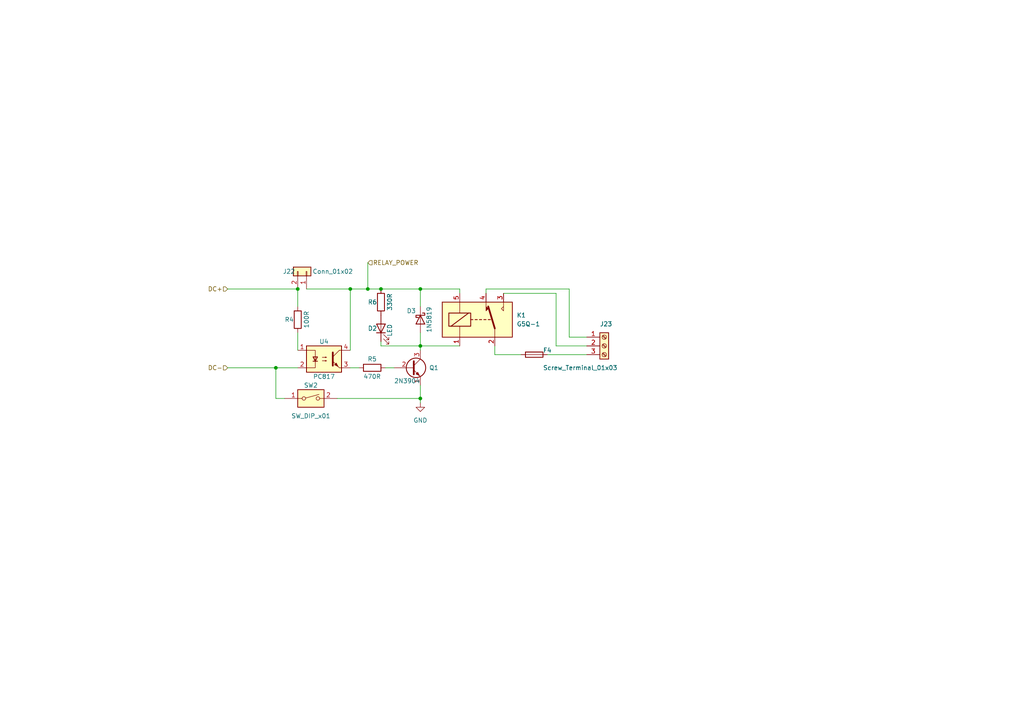
<source format=kicad_sch>
(kicad_sch (version 20211123) (generator eeschema)
  (paper "A4")
  (lib_symbols
    (symbol "Connector:Screw_Terminal_01x03" (pin_names (offset 1.016) hide)
      (property "Reference" "J" (at 0 5.08 0))
      (property "Value" "Screw_Terminal_01x03" (at 0 -5.08 0))
      (symbol "Screw_Terminal_01x03_1_1"
        (rectangle (start -1.27 3.81) (end 1.27 -3.81) (stroke (width 0.254)) (fill (type background)))
        (circle (center 0 -2.54) (radius 0.635) (stroke (width 0.1524)))
        (polyline (pts (xy -0.5334 -2.2098) (xy 0.3302 -3.048)) (stroke (width 0.1524)))
        (polyline (pts (xy -0.5334 0.3302) (xy 0.3302 -0.508)) (stroke (width 0.1524)))
        (polyline (pts (xy -0.5334 2.8702) (xy 0.3302 2.032)) (stroke (width 0.1524)))
        (polyline (pts (xy -0.3556 -2.032) (xy 0.508 -2.8702)) (stroke (width 0.1524)))
        (polyline (pts (xy -0.3556 0.508) (xy 0.508 -0.3302)) (stroke (width 0.1524)))
        (polyline (pts (xy -0.3556 3.048) (xy 0.508 2.2098)) (stroke (width 0.1524)))
        (circle (center 0 0) (radius 0.635) (stroke (width 0.1524)))
        (circle (center 0 2.54) (radius 0.635) (stroke (width 0.1524)))
        (pin passive line (at -5.08 2.54 0) (length 3.81) (name "Pin_1") (number "1"))
        (pin passive line (at -5.08 0 0) (length 3.81) (name "Pin_2") (number "2"))
        (pin passive line (at -5.08 -2.54 0) (length 3.81) (name "Pin_3") (number "3"))
      )
    )
    (symbol "Connector_Generic:Conn_01x02" (pin_names (offset 1.016) hide)
      (property "Reference" "J" (at 0 2.54 0))
      (property "Value" "Conn_01x02" (at 0 -5.08 0))
      (symbol "Conn_01x02_1_1"
        (rectangle (start -1.27 -2.413) (end 0 -2.667) (stroke (width 0.1524)))
        (rectangle (start -1.27 0.127) (end 0 -0.127) (stroke (width 0.1524)))
        (rectangle (start -1.27 1.27) (end 1.27 -3.81) (stroke (width 0.254)) (fill (type background)))
        (pin passive line (at -5.08 0 0) (length 3.81) (name "Pin_1") (number "1"))
        (pin passive line (at -5.08 -2.54 0) (length 3.81) (name "Pin_2") (number "2"))
      )
    )
    (symbol "Device:Fuse" (pin_numbers hide) (pin_names (offset 0))
      (property "Reference" "F" (at 2.032 0 90))
      (property "Value" "Fuse" (at -1.905 0 90))
      (symbol "Fuse_0_1"
        (rectangle (start -0.762 -2.54) (end 0.762 2.54) (stroke (width 0.254)))
        (polyline (pts (xy 0 2.54) (xy 0 -2.54)))
      )
      (symbol "Fuse_1_1"
        (pin passive line (at 0 3.81 270) (length 1.27) (name "~") (number "1"))
        (pin passive line (at 0 -3.81 90) (length 1.27) (name "~") (number "2"))
      )
    )
    (symbol "Device:LED" (pin_numbers hide) (pin_names (offset 1.016) hide)
      (property "Reference" "D" (at 0 2.54 0))
      (property "Value" "LED" (at 0 -2.54 0))
      (symbol "LED_0_1"
        (polyline (pts (xy -1.27 -1.27) (xy -1.27 1.27)) (stroke (width 0.254)))
        (polyline (pts (xy -1.27 0) (xy 1.27 0)))
        (polyline (pts (xy 1.27 -1.27) (xy 1.27 1.27) (xy -1.27 0) (xy 1.27 -1.27)) (stroke (width 0.254)))
        (polyline (pts (xy -3.048 -0.762) (xy -4.572 -2.286) (xy -3.81 -2.286) (xy -4.572 -2.286) (xy -4.572 -1.524)))
        (polyline (pts (xy -1.778 -0.762) (xy -3.302 -2.286) (xy -2.54 -2.286) (xy -3.302 -2.286) (xy -3.302 -1.524)))
      )
      (symbol "LED_1_1"
        (pin passive line (at -3.81 0 0) (length 2.54) (name "K") (number "1"))
        (pin passive line (at 3.81 0 180) (length 2.54) (name "A") (number "2"))
      )
    )
    (symbol "Device:R" (pin_numbers hide) (pin_names (offset 0))
      (property "Reference" "R" (at 2.032 0 90))
      (property "Value" "R" (at 0 0 90))
      (symbol "R_0_1"
        (rectangle (start -1.016 -2.54) (end 1.016 2.54) (stroke (width 0.254)))
      )
      (symbol "R_1_1"
        (pin passive line (at 0 3.81 270) (length 1.27) (name "~") (number "1"))
        (pin passive line (at 0 -3.81 90) (length 1.27) (name "~") (number "2"))
      )
    )
    (symbol "Diode:1N5819" (pin_numbers hide) (pin_names (offset 1.016) hide)
      (property "Reference" "D" (at 0 2.54 0))
      (property "Value" "1N5819" (at 0 -2.54 0))
      (symbol "1N5819_0_1"
        (polyline (pts (xy 1.27 0) (xy -1.27 0)))
        (polyline (pts (xy 1.27 1.27) (xy 1.27 -1.27) (xy -1.27 0) (xy 1.27 1.27)) (stroke (width 0.254)))
        (polyline (pts (xy -1.905 0.635) (xy -1.905 1.27) (xy -1.27 1.27) (xy -1.27 -1.27) (xy -0.635 -1.27) (xy -0.635 -0.635)) (stroke (width 0.254)))
      )
      (symbol "1N5819_1_1"
        (pin passive line (at -3.81 0 0) (length 2.54) (name "K") (number "1"))
        (pin passive line (at 3.81 0 180) (length 2.54) (name "A") (number "2"))
      )
    )
    (symbol "Isolator:PC817" (pin_names (offset 1.016))
      (property "Reference" "U" (at -5.08 5.08 0))
      (property "Value" "PC817" (at 0 5.08 0))
      (symbol "PC817_0_1"
        (rectangle (start -5.08 3.81) (end 5.08 -3.81) (stroke (width 0.254)) (fill (type background)))
        (polyline (pts (xy -3.175 -0.635) (xy -1.905 -0.635)) (stroke (width 0.254)))
        (polyline (pts (xy 2.54 0.635) (xy 4.445 2.54)))
        (polyline (pts (xy 4.445 -2.54) (xy 2.54 -0.635)) (fill (type outline)))
        (polyline (pts (xy 4.445 -2.54) (xy 5.08 -2.54)))
        (polyline (pts (xy 4.445 2.54) (xy 5.08 2.54)))
        (polyline (pts (xy -5.08 2.54) (xy -2.54 2.54) (xy -2.54 -0.635)))
        (polyline (pts (xy -2.54 -0.635) (xy -2.54 -2.54) (xy -5.08 -2.54)))
        (polyline (pts (xy 2.54 1.905) (xy 2.54 -1.905) (xy 2.54 -1.905)) (stroke (width 0.508)))
        (polyline (pts (xy -2.54 -0.635) (xy -3.175 0.635) (xy -1.905 0.635) (xy -2.54 -0.635)) (stroke (width 0.254)))
        (polyline (pts (xy -0.508 -0.508) (xy 0.762 -0.508) (xy 0.381 -0.635) (xy 0.381 -0.381) (xy 0.762 -0.508)))
        (polyline (pts (xy -0.508 0.508) (xy 0.762 0.508) (xy 0.381 0.381) (xy 0.381 0.635) (xy 0.762 0.508)))
        (polyline (pts (xy 3.048 -1.651) (xy 3.556 -1.143) (xy 4.064 -2.159) (xy 3.048 -1.651) (xy 3.048 -1.651)) (fill (type outline)))
      )
      (symbol "PC817_1_1"
        (pin passive line (at -7.62 2.54 0) (length 2.54) (name "~") (number "1"))
        (pin passive line (at -7.62 -2.54 0) (length 2.54) (name "~") (number "2"))
        (pin passive line (at 7.62 -2.54 180) (length 2.54) (name "~") (number "3"))
        (pin passive line (at 7.62 2.54 180) (length 2.54) (name "~") (number "4"))
      )
    )
    (symbol "Relay:G5Q-1"
      (property "Reference" "K" (at 11.43 3.81 0))
      (property "Value" "G5Q-1" (at 11.43 1.27 0))
      (symbol "G5Q-1_0_0"
        (polyline (pts (xy 7.62 5.08) (xy 7.62 2.54) (xy 6.985 3.175) (xy 7.62 3.81)))
      )
      (symbol "G5Q-1_0_1"
        (rectangle (start -10.16 5.08) (end 10.16 -5.08) (stroke (width 0.254)) (fill (type background)))
        (rectangle (start -8.255 1.905) (end -1.905 -1.905) (stroke (width 0.254)))
        (polyline (pts (xy -7.62 -1.905) (xy -2.54 1.905)) (stroke (width 0.254)))
        (polyline (pts (xy -5.08 -5.08) (xy -5.08 -1.905)))
        (polyline (pts (xy -5.08 5.08) (xy -5.08 1.905)))
        (polyline (pts (xy -1.905 0) (xy -1.27 0)) (stroke (width 0.254)))
        (polyline (pts (xy -0.635 0) (xy 0 0)) (stroke (width 0.254)))
        (polyline (pts (xy 0.635 0) (xy 1.27 0)) (stroke (width 0.254)))
        (polyline (pts (xy 1.905 0) (xy 2.54 0)) (stroke (width 0.254)))
        (polyline (pts (xy 3.175 0) (xy 3.81 0)) (stroke (width 0.254)))
        (polyline (pts (xy 5.08 -2.54) (xy 3.175 3.81)) (stroke (width 0.508)))
        (polyline (pts (xy 5.08 -2.54) (xy 5.08 -5.08)))
        (polyline (pts (xy 2.54 5.08) (xy 2.54 2.54) (xy 3.175 3.175) (xy 2.54 3.81)) (fill (type outline)))
      )
      (symbol "G5Q-1_1_1"
        (pin passive line (at -5.08 -7.62 90) (length 2.54) (name "~") (number "1"))
        (pin passive line (at 5.08 -7.62 90) (length 2.54) (name "~") (number "2"))
        (pin passive line (at 7.62 7.62 270) (length 2.54) (name "~") (number "3"))
        (pin passive line (at 2.54 7.62 270) (length 2.54) (name "~") (number "4"))
        (pin passive line (at -5.08 7.62 270) (length 2.54) (name "~") (number "5"))
      )
    )
    (symbol "Switch:SW_DIP_x01" (pin_names (offset 0) hide)
      (property "Reference" "SW" (at 0 3.81 0))
      (property "Value" "SW_DIP_x01" (at 0 -3.81 0))
      (symbol "SW_DIP_x01_0_0"
        (circle (center -2.032 0) (radius 0.508))
        (polyline (pts (xy -1.524 0.127) (xy 2.3622 1.1684)))
        (circle (center 2.032 0) (radius 0.508))
      )
      (symbol "SW_DIP_x01_0_1"
        (rectangle (start -3.81 2.54) (end 3.81 -2.54) (stroke (width 0.254)) (fill (type background)))
      )
      (symbol "SW_DIP_x01_1_1"
        (pin passive line (at -7.62 0 0) (length 5.08) (name "~") (number "1"))
        (pin passive line (at 7.62 0 180) (length 5.08) (name "~") (number "2"))
      )
    )
    (symbol "Transistor_BJT:2N3904" (pin_names (offset 0) hide)
      (property "Reference" "Q" (at 5.08 1.905 0))
      (property "Value" "2N3904" (at 5.08 0 0))
      (symbol "2N3904_0_1"
        (polyline (pts (xy 0.635 0.635) (xy 2.54 2.54)))
        (polyline (pts (xy 0.635 -0.635) (xy 2.54 -2.54) (xy 2.54 -2.54)))
        (polyline (pts (xy 0.635 1.905) (xy 0.635 -1.905) (xy 0.635 -1.905)) (stroke (width 0.508)))
        (polyline (pts (xy 1.27 -1.778) (xy 1.778 -1.27) (xy 2.286 -2.286) (xy 1.27 -1.778) (xy 1.27 -1.778)) (fill (type outline)))
        (circle (center 1.27 0) (radius 2.8194) (stroke (width 0.254)))
      )
      (symbol "2N3904_1_1"
        (pin passive line (at 2.54 -5.08 90) (length 2.54) (name "E") (number "1"))
        (pin passive line (at -5.08 0 0) (length 5.715) (name "B") (number "2"))
        (pin passive line (at 2.54 5.08 270) (length 2.54) (name "C") (number "3"))
      )
    )
    (symbol "power:GND" (power) (pin_names (offset 0))
      (property "Value" "GND" (at 0 -3.81 0))
      (symbol "GND_0_1"
        (polyline (pts (xy 0 0) (xy 0 -1.27) (xy 1.27 -1.27) (xy 0 -2.54) (xy -1.27 -1.27) (xy 0 -1.27)))
      )
      (symbol "GND_1_1"
        (pin power_in line (at 0 0 270) (length 0) hide (name "GND") (number "1"))
      )
    )
  )
  (junction (at 121.92 115.57))
  (junction (at 80.01 106.68))
  (junction (at 121.92 100.33))
  (junction (at 106.68 83.82))
  (junction (at 121.92 83.82))
  (junction (at 101.6 83.82))
  (junction (at 110.49 83.82))
  (junction (at 86.36 83.82))
  (wire (pts (xy 121.92 88.9) (xy 121.92 83.82)))
  (wire (pts (xy 121.92 96.52) (xy 121.92 100.33)))
  (wire (pts (xy 170.18 97.79) (xy 165.1 97.79)))
  (wire (pts (xy 143.51 102.87) (xy 151.13 102.87)))
  (wire (pts (xy 146.05 85.09) (xy 161.29 85.09)))
  (wire (pts (xy 86.36 96.52) (xy 86.36 101.6)))
  (wire (pts (xy 80.01 106.68) (xy 86.36 106.68)))
  (wire (pts (xy 121.92 100.33) (xy 133.35 100.33)))
  (wire (pts (xy 165.1 83.82) (xy 140.97 83.82)))
  (wire (pts (xy 133.35 83.82) (xy 133.35 85.09)))
  (wire (pts (xy 111.76 106.68) (xy 114.3 106.68)))
  (wire (pts (xy 143.51 100.33) (xy 143.51 102.87)))
  (wire (pts (xy 66.04 83.82) (xy 86.36 83.82)))
  (wire (pts (xy 66.04 106.68) (xy 80.01 106.68)))
  (wire (pts (xy 161.29 100.33) (xy 170.18 100.33)))
  (wire (pts (xy 110.49 99.06) (xy 110.49 100.33)))
  (wire (pts (xy 121.92 100.33) (xy 121.92 101.6)))
  (wire (pts (xy 158.75 102.87) (xy 170.18 102.87)))
  (wire (pts (xy 86.36 83.82) (xy 86.36 88.9)))
  (wire (pts (xy 101.6 83.82) (xy 106.68 83.82)))
  (wire (pts (xy 88.9 83.82) (xy 101.6 83.82)))
  (wire (pts (xy 106.68 76.2) (xy 106.68 83.82)))
  (wire (pts (xy 110.49 83.82) (xy 121.92 83.82)))
  (wire (pts (xy 110.49 100.33) (xy 121.92 100.33)))
  (wire (pts (xy 121.92 83.82) (xy 133.35 83.82)))
  (wire (pts (xy 80.01 115.57) (xy 80.01 106.68)))
  (wire (pts (xy 161.29 85.09) (xy 161.29 100.33)))
  (wire (pts (xy 121.92 111.76) (xy 121.92 115.57)))
  (wire (pts (xy 121.92 115.57) (xy 121.92 116.84)))
  (wire (pts (xy 82.55 115.57) (xy 80.01 115.57)))
  (wire (pts (xy 140.97 83.82) (xy 140.97 85.09)))
  (wire (pts (xy 101.6 101.6) (xy 101.6 83.82)))
  (wire (pts (xy 101.6 106.68) (xy 104.14 106.68)))
  (wire (pts (xy 165.1 97.79) (xy 165.1 83.82)))
  (wire (pts (xy 106.68 83.82) (xy 110.49 83.82)))
  (wire (pts (xy 97.79 115.57) (xy 121.92 115.57)))
  (hierarchical_label "DC+" (shape input) (at 66.04 83.82 180))
  (hierarchical_label "RELAY_POWER" (shape input) (at 106.68 76.2 0))
  (hierarchical_label "DC-" (shape input) (at 66.04 106.68 180))
  (symbol (lib_id "Device:R") (at 86.36 92.71 0) (unit 1)
    (property "Reference" "R4" (at 82.55 92.71 0) (effects (justify left)))
    (property "Value" "100R" (at 88.9 95.25 90) (effects (justify left)))
    (property "Footprint" "Resistor_SMD:R_1206_3216Metric" (effects hide))
  )
  (symbol (lib_id "Connector:Screw_Terminal_01x03") (at 175.26 100.33 0) (unit 1)
    (property "Reference" "J23" (at 173.99 93.98 0) (effects (justify left)))
    (property "Value" "Screw_Terminal_01x03" (at 157.48 106.68 0) (effects (justify left)))
    (property "Footprint" "TerminalBlock_RND:TerminalBlock_RND_205-00233_1x03_P5.08mm_Horizontal" (effects hide))
  )
  (symbol (lib_id "Switch:SW_DIP_x01") (at 90.17 115.57 0) (unit 1)
    (property "Reference" "SW2" (at 90.17 111.76 0))
    (property "Value" "SW_DIP_x01" (at 90.17 120.65 0))
    (property "Footprint" "Button_Switch_SMD:SW_DIP_SPSTx01_Slide_Omron_A6S-110x_W8.9mm_P2.54mm" (effects hide))
  )
  (symbol (lib_id "Device:R") (at 107.95 106.68 90) (unit 1)
    (property "Reference" "R5" (at 107.95 104.14 90))
    (property "Value" "470R" (at 107.95 109.22 90))
    (property "Footprint" "Resistor_SMD:R_1206_3216Metric" (effects hide))
  )
  (symbol (lib_id "Transistor_BJT:2N3904") (at 119.38 106.68 0) (unit 1)
    (property "Reference" "Q1" (at 124.46 106.68 0) (effects (justify left)))
    (property "Value" "2N3904" (at 114.3 110.49 0) (effects (justify left)))
    (property "Footprint" "Package_TO_SOT_SMD:SOT-23" (effects hide))
    (property "Datasheet" "https://www.onsemi.com/pub/Collateral/2N3903-D.PDF" (effects hide))
  )
  (symbol (lib_id "Relay:G5Q-1") (at 138.43 92.71 0) (unit 1)
    (property "Reference" "K1" (at 149.86 91.4399 0) (effects (justify left)))
    (property "Value" "G5Q-1" (at 149.86 93.9799 0) (effects (justify left)))
    (property "Footprint" "Relay_THT:Relay_SPDT_Omron-G5Q-1" (effects hide))
    (property "Datasheet" "https://www.omron.com/ecb/products/pdf/en-g5q.pdf" (effects hide))
  )
  (symbol (lib_id "power:GND") (at 121.92 116.84 0) (unit 1)
    (property "Reference" "#PWR032" (effects hide))
    (property "Value" "GND" (at 121.92 121.92 0))
  )
  (symbol (lib_id "Connector_Generic:Conn_01x02") (at 88.9 78.74 270) (mirror x) (unit 1)
    (property "Reference" "J22" (at 83.82 78.74 90))
    (property "Value" "Conn_01x02" (at 96.52 78.74 90))
    (property "Footprint" "Connector_PinHeader_2.54mm:PinHeader_1x02_P2.54mm_Vertical" (effects hide))
  )
  (symbol (lib_id "Device:R") (at 110.49 87.63 0) (unit 1)
    (property "Reference" "R6" (at 106.68 87.63 0) (effects (justify left)))
    (property "Value" "330R" (at 113.03 90.17 90) (effects (justify left)))
    (property "Footprint" "Resistor_SMD:R_1206_3216Metric" (effects hide))
  )
  (symbol (lib_id "Device:Fuse") (at 154.94 102.87 90) (mirror x) (unit 1)
    (property "Reference" "F4" (at 160.02 101.6 90) (effects (justify left)))
    (property "Value" "SB_Fuse" (effects hide))
    (property "Footprint" "Fuse:Fuseholder_Cylinder-5x20mm_Schurter_0031_8201_Horizontal_Open" (effects hide))
  )
  (symbol (lib_id "Diode:1N5819") (at 121.92 92.71 270) (unit 1)
    (property "Reference" "D3" (at 120.65 90.17 90) (effects (justify right)))
    (property "Value" "1N5819" (at 124.46 96.52 0) (effects (justify right)))
    (property "Footprint" "Diode_SMD:D_SOD-123F" (effects hide))
    (property "Datasheet" "http://www.vishay.com/docs/88525/1n5817.pdf" (effects hide))
  )
  (symbol (lib_id "Device:LED") (at 110.49 95.25 90) (unit 1)
    (property "Reference" "D2" (at 106.68 95.25 90) (effects (justify right)))
    (property "Value" "LED" (at 113.03 93.98 0) (effects (justify right)))
    (property "Footprint" "LED_THT:LED_D5.0mm" (effects hide))
  )
  (symbol (lib_id "Isolator:PC817") (at 93.98 104.14 0) (unit 1)
    (property "Reference" "U4" (at 93.98 99.06 0))
    (property "Value" "PC817" (at 93.98 109.22 0))
    (property "Footprint" "Package_DIP:DIP-4_W7.62mm_SMDSocket_SmallPads" (effects hide))
    (property "Datasheet" "http://www.soselectronic.cz/a_info/resource/d/pc817.pdf" (effects hide))
  )
)
</source>
